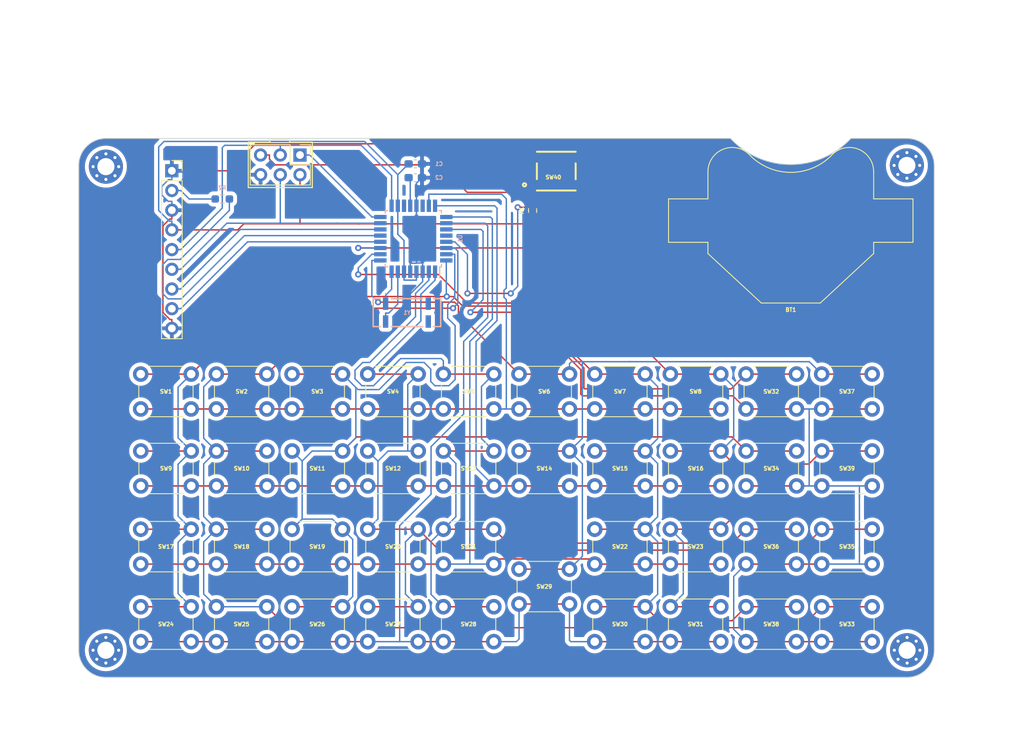
<source format=kicad_pcb>
(kicad_pcb (version 20221018) (generator pcbnew)
  (layers (0 "F.Cu" signal) (31 "B.Cu" signal) (34 "B.Paste" user) (35 "F.Paste" user) (36 "B.SilkS" user "B.Silkscreen") (37 "F.SilkS" user "F.Silkscreen") (38 "B.Mask" user) (39 "F.Mask" user) (44 "Edge.Cuts" user))
  (net 0 "")
  (net 1 "VCC")
  (net 2 "GND")
  (net 3 "Net-(U1-AREF)")
  (net 4 "SPK")
  (net 5 "Net-(J1-Pin_2)")
  (net 6 "DISP_SCK")
  (net 7 "DISP_MOSI")
  (net 8 "DISP_RST")
  (net 9 "DISP_RS")
  (net 10 "DISP_MISO")
  (net 11 "RST")
  (net 12 "DISP_LED_PB0")
  (net 13 "COL_IN")
  (net 14 "ROW_0")
  (net 15 "COL_1")
  (net 16 "COL_2")
  (net 17 "COL_3")
  (net 18 "COL_4")
  (net 19 "COL_5")
  (net 20 "COL_6")
  (net 21 "COL_7")
  (net 22 "ROW_1")
  (net 23 "ROW_2")
  (net 24 "ROW_3")
  (net 25 "ROW_4")
  (net 26 "Net-(U1-XTAL1{slash}PB6)")
  (net 27 "Net-(U1-XTAL2{slash}PB7)")
  (footprint "MountingHole:MountingHole_2.2mm_M2_Pad_Via" (layer "F.Cu") (at 90.994 127.608)
    (fp_text reference "H3" hide)
    (fp_text value "MountingHole")
  )
  (footprint "Button_Switch_THT:SW_PUSH_6mm" (layer "F.Cu") (at 144.238 117.15)
    (fp_text reference "SW29")
    (fp_text value "SW_Push_Dual_x2")
  )
  (footprint "Button_Switch_THT:SW_PUSH_6mm" (layer "F.Cu") (at 105.238 112)
    (fp_text reference "SW18")
    (fp_text value "SW_Push_Dual_x2")
  )
  (footprint "Button_Switch_THT:SW_PUSH_6mm" (layer "F.Cu") (at 163.738 122)
    (fp_text reference "SW31")
    (fp_text value "SW_Push_Dual_x2")
  )
  (footprint "Button_Switch_THT:SW_PUSH_6mm" (layer "F.Cu") (at 173.488 122)
    (fp_text reference "SW38")
    (fp_text value "SW_Push_Dual_x2")
  )
  (footprint "Button_Switch_THT:SW_PUSH_6mm" (layer "F.Cu") (at 154 101.922)
    (fp_text reference "SW15")
    (fp_text value "SW_Push_Dual_x2")
  )
  (footprint "Button_Switch_THT:SW_PUSH_6mm" (layer "F.Cu") (at 95.5 101.922)
    (fp_text reference "SW9")
    (fp_text value "SW_Push_Dual_x2")
  )
  (footprint "Button_Switch_THT:SW_PUSH_6mm" (layer "F.Cu") (at 163.738 92)
    (fp_text reference "SW8")
    (fp_text value "SW_Push_Dual_x2")
  )
  (footprint "Button_Switch_THT:SW_PUSH_6mm" (layer "F.Cu") (at 95.488 112)
    (fp_text reference "SW17")
    (fp_text value "SW_Push_Dual_x2")
  )
  (footprint "Button_Switch_THT:SW_PUSH_6mm" (layer "F.Cu") (at 105.25 101.922)
    (fp_text reference "SW10")
    (fp_text value "SW_Push_Dual_x2")
  )
  (footprint "Button_Switch_THT:SW_PUSH_6mm" (layer "F.Cu") (at 134.5 101.922)
    (fp_text reference "SW13")
    (fp_text value "SW_Push_Dual_x2")
  )
  (footprint "Button_Switch_THT:SW_PUSH_6mm" (layer "F.Cu") (at 144.25 101.922)
    (fp_text reference "SW14")
    (fp_text value "SW_Push_Dual_x2")
  )
  (footprint "Button_Switch_THT:SW_PUSH_6mm" (layer "F.Cu") (at 105.238 92)
    (fp_text reference "SW2")
    (fp_text value "SW_Push_Dual_x2")
  )
  (footprint "Button_Switch_THT:SW_PUSH_6mm" (layer "F.Cu") (at 153.988 112)
    (fp_text reference "SW22")
    (fp_text value "SW_Push_Dual_x2")
  )
  (footprint "Button_Switch_THT:SW_PUSH_6mm" (layer "F.Cu") (at 105.238 122)
    (fp_text reference "SW25")
    (fp_text value "SW_Push_Dual_x2")
  )
  (footprint "Button_Switch_THT:SW_PUSH_6mm" (layer "F.Cu") (at 115 101.922)
    (fp_text reference "SW11")
    (fp_text value "SW_Push_Dual_x2")
  )
  (footprint "Button_Switch_THT:SW_PUSH_6mm" (layer "F.Cu") (at 183.238 92)
    (fp_text reference "SW37")
    (fp_text value "SW_Push_Dual_x2")
  )
  (footprint "Button_Switch_THT:SW_PUSH_6mm" (layer "F.Cu") (at 144.238 92)
    (fp_text reference "SW6")
    (fp_text value "SW_Push_Dual_x2")
  )
  (footprint "Button_Switch_THT:SW_PUSH_6mm" (layer "F.Cu") (at 124.738 122)
    (fp_text reference "SW27")
    (fp_text value "SW_Push_Dual_x2")
  )
  (footprint "Button_Switch_THT:SW_PUSH_6mm" (layer "F.Cu") (at 173.5 101.922)
    (fp_text reference "SW34")
    (fp_text value "SW_Push_Dual_x2")
  )
  (footprint "Button_Switch_THT:SW_PUSH_6mm" (layer "F.Cu") (at 134.488 112)
    (fp_text reference "SW21")
    (fp_text value "SW_Push_Dual_x2")
  )
  (footprint "Connector_PinHeader_2.54mm:PinHeader_2x03_P2.54mm_Vertical" (layer "F.Cu") (at 116.0121 63.7501 -90)
    (fp_text reference "J2" hide)
    (fp_text value "PRGM")
  )
  (footprint "Button_Switch_THT:SW_PUSH_6mm" (layer "F.Cu") (at 124.738 92)
    (fp_text reference "SW4")
    (fp_text value "SW_Push_Dual_x2")
  )
  (footprint "Button_Switch_THT:SW_PUSH_6mm" (layer "F.Cu") (at 183.238 112)
    (fp_text reference "SW35")
    (fp_text value "SW_Push_Dual_x2")
  )
  (footprint "Button_Switch_THT:SW_PUSH_6mm" (layer "F.Cu") (at 134.488 92)
    (fp_text reference "SW5")
    (fp_text value "SW_Push_Dual_x2")
  )
  (footprint "Button_Switch_THT:SW_PUSH_6mm" (layer "F.Cu") (at 163.738 112)
    (fp_text reference "SW23")
    (fp_text value "SW_Push_Dual_x2")
  )
  (footprint "Button_Switch_THT:SW_PUSH_6mm" (layer "F.Cu") (at 163.75 101.922)
    (fp_text reference "SW16")
    (fp_text value "SW_Push_Dual_x2")
  )
  (footprint "Button_Switch_THT:SW_PUSH_6mm" (layer "F.Cu") (at 183.25 101.922)
    (fp_text reference "SW39")
    (fp_text value "SW_Push_Dual_x2")
  )
  (footprint "Connector_PinSocket_2.54mm:PinSocket_1x09_P2.54mm_Vertical" (layer "F.Cu") (at 99.5 65.786)
    (fp_text reference "J1" hide)
    (fp_text value "192X64 LCD")
  )
  (footprint "Button_Switch_THT:SW_PUSH_6mm" (layer "F.Cu") (at 153.988 92)
    (fp_text reference "SW7")
    (fp_text value "SW_Push_Dual_x2")
  )
  (footprint "_MyLib_footprints:431181015816" (layer "F.Cu") (at 149.0342 65.8272)
    (fp_text reference "SW40")
    (fp_text value "RST" hide)
  )
  (footprint "Button_Switch_THT:SW_PUSH_6mm" (layer "F.Cu") (at 134.488 122)
    (fp_text reference "SW28")
    (fp_text value "SW_Push_Dual_x2")
  )
  (footprint "Button_Switch_THT:SW_PUSH_6mm" (layer "F.Cu") (at 173.488 92)
    (fp_text reference "SW32")
    (fp_text value "SW_Push_Dual_x2")
  )
  (footprint "MountingHole:MountingHole_2.2mm_M2_Pad_Via" (layer "F.Cu") (at 91 65.25)
    (fp_text reference "H2" hide)
    (fp_text value "MountingHole")
  )
  (footprint "Button_Switch_THT:SW_PUSH_6mm" (layer "F.Cu") (at 183.238 122)
    (fp_text reference "SW33")
    (fp_text value "SW_Push_Dual_x2")
  )
  (footprint "Button_Switch_THT:SW_PUSH_6mm" (layer "F.Cu") (at 114.988 122)
    (fp_text reference "SW26")
    (fp_text value "SW_Push_Dual_x2")
  )
  (footprint "MountingHole:MountingHole_2.2mm_M2_Pad_Via" (layer "F.Cu") (at 194.244 127.608)
    (fp_text reference "H4" hide)
    (fp_text value "MountingHole")
  )
  (footprint "Resistor_SMD:R_0603_1608Metric_Pad0.98x0.95mm_HandSolder" (layer "F.Cu") (at 145.9862 70.9072 90)
    (fp_text reference "R1")
    (fp_text value "10K")
  )
  (footprint "Button_Switch_THT:SW_PUSH_6mm" (layer "F.Cu") (at 124.738 112)
    (fp_text reference "SW20")
    (fp_text value "SW_Push_Dual_x2")
  )
  (footprint "Button_Switch_THT:SW_PUSH_6mm" (layer "F.Cu") (at 114.988 112)
    (fp_text reference "SW19")
    (fp_text value "SW_Push_Dual_x2")
  )
  (footprint "Button_Switch_THT:SW_PUSH_6mm" (layer "F.Cu") (at 95.488 122)
    (fp_text reference "SW24")
    (fp_text value "SW_Push_Dual_x2")
  )
  (footprint "Button_Switch_THT:SW_PUSH_6mm" (layer "F.Cu") (at 95.488 92)
    (fp_text reference "SW1")
    (fp_text value "SW_Push_Dual_x2")
  )
  (footprint "MountingHole:MountingHole_2.2mm_M2_Pad_Via" (layer "F.Cu") (at 194.2174 65.0911)
    (fp_text reference "H1" hide)
    (fp_text value "MountingHole")
  )
  (footprint "Button_Switch_THT:SW_PUSH_6mm" (layer "F.Cu") (at 153.988 122)
    (fp_text reference "SW30")
    (fp_text value "SW_Push_Dual_x2")
  )
  (footprint "Button_Switch_THT:SW_PUSH_6mm" (layer "F.Cu") (at 124.75 101.922)
    (fp_text reference "SW12")
    (fp_text value "SW_Push_Dual_x2")
  )
  (footprint "Button_Switch_THT:SW_PUSH_6mm" (layer "F.Cu") (at 173.488 112)
    (fp_text reference "SW36")
    (fp_text value "SW_Push_Dual_x2")
  )
  (footprint "Button_Switch_THT:SW_PUSH_6mm" (layer "F.Cu") (at 114.988 92)
    (fp_text reference "SW3")
    (fp_text value "SW_Push_Dual_x2")
  )
  (footprint "Battery:BatteryHolder_Multicomp_BC-2001_1x2032" (layer "F.Cu") (at 179.256 72.2053)
    (fp_text reference "BT1")
    (fp_text value "Battery")
  )
  (footprint "Resistor_SMD:R_0603_1608Metric_Pad0.98x0.95mm_HandSolder" (layer "B.Cu") (at 106.0005 69.42 180)
    (fp_text reference "R2")
    (fp_text value "10")
  )
  (footprint "Capacitor_SMD:C_0603_1608Metric_Pad1.08x0.95mm_HandSolder" (layer "B.Cu") (at 130.8711 66.6711)
    (fp_text reference "C2")
    (fp_text value "0.1uF")
  )
  (footprint "Package_QFP:TQFP-32_7x7mm_P0.8mm" (layer "B.Cu") (at 130.6171 74.5451 90)
    (fp_text reference "U1")
    (fp_text value "ATmega328-A")
  )
  (footprint "Capacitor_SMD:C_0603_1608Metric_Pad1.08x0.95mm_HandSolder" (layer "B.Cu") (at 130.8711 64.8931)
    (fp_text reference "C1")
    (fp_text value "0.1uF")
  )
  (footprint "_MyLib_footprints:830003000" (layer "B.Cu") (at 129.794 84.074)
    (fp_text reference "Y1")
    (fp_text value "830003000" hide)
  )
  (gr_line (start 112.141 61.722) (end 112.141 62.103) (stroke (width 0.15)) (layer "F.SilkS"))
  (gr_line (start 117.602 67.945) (end 117.602 62.103) (stroke (width 0.15)) (layer "F.SilkS"))
  (gr_line (start 114.681 61.722) (end 112.141 61.722) (stroke (width 0.15)) (layer "F.SilkS"))
  (gr_line (start 114.681 62.103) (end 114.681 61.722) (stroke (width 0.15)) (layer "F.SilkS"))
  (gr_line (start 112.141 62.103) (end 109.347 62.103) (stroke (width 0.15)) (layer "F.SilkS"))
  (gr_line (start 117.602 62.103) (end 114.681 62.103) (stroke (width 0.15)) (layer "F.SilkS"))
  (gr_line (start 109.347 62.103) (end 109.347 67.945) (stroke (width 0.15)) (layer "F.SilkS"))
  (gr_line (start 109.347 67.945) (end 117.602 67.945) (stroke (width 0.15)) (layer "F.SilkS"))
  (gr_arc (start 186.994 61.608) (mid 179.244 64.970493) (end 171.494 61.608) (stroke (width 0.1)) (layer "Edge.Cuts"))
  (gr_arc (start 90.994 131.108) (mid 88.519126 130.082874) (end 87.494 127.608) (stroke (width 0.1)) (layer "Edge.Cuts"))
  (gr_line (start 197.744 127.108) (end 197.744 127.608) (stroke (width 0.1)) (layer "Edge.Cuts"))
  (gr_line (start 171.494 61.608) (end 90.994 61.608) (stroke (width 0.1)) (layer "Edge.Cuts"))
  (gr_line (start 197.744 127.108) (end 197.744 65.108) (stroke (width 0.1)) (layer "Edge.Cuts"))
  (gr_arc (start 194.244 61.608) (mid 196.718874 62.633126) (end 197.744 65.108) (stroke (width 0.1)) (layer "Edge.Cuts"))
  (gr_line (start 90.994 131.108) (end 194.244 131.108) (stroke (width 0.1)) (layer "Edge.Cuts"))
  (gr_arc (start 87.494 65.108) (mid 88.519126 62.633126) (end 90.994 61.608) (stroke (width 0.1)) (layer "Edge.Cuts"))
  (gr_line (start 87.494 65.108) (end 87.494 127.608) (stroke (width 0.1)) (layer "Edge.Cuts"))
  (gr_arc (start 197.744 127.608) (mid 196.718874 130.082874) (end 194.244 131.108) (stroke (width 0.1)) (layer "Edge.Cuts"))
  (gr_line (start 186.994 61.608) (end 194.244 61.608) (stroke (width 0.1)) (layer "Edge.Cuts"))
  (segment (start 99.5 73.406) (end 107.9918 73.406) (width 0.1778) (layer "F.Cu") (net 1))
  (segment (start 107.9918 73.406) (end 108.3989 72.9989) (width 0.1778) (layer "F.Cu") (net 1))
  (segment (start 145.9862 71.8197) (end 146.4077 71.8197) (width 0.1778) (layer "F.Cu") (net 1))
  (segment (start 169.0968 72.2053) (end 172.6915 75.8) (width 0.1778) (layer "F.Cu") (net 1))
  (segment (start 116.0121 66.2901) (end 116.0121 72.6134) (width 0.1778) (layer "F.Cu") (net 1))
  (segment (start 108.7723 72.6255) (end 108.3989 72.9989) (width 0.1778) (layer "F.Cu") (net 1))
  (segment (start 146.4077 71.8197) (end 146.7933 72.2053) (width 0.1778) (layer "F.Cu") (net 1))
  (segment (start 123.6 72.6255) (end 116 72.6255) (width 0.1778) (layer "F.Cu") (net 1))
  (segment (start 146.4783 72.6255) (end 123.6 72.6255) (width 0.1778) (layer "F.Cu") (net 1))
  (segment (start 116.0121 72.6134) (end 116 72.6255) (width 0.1778) (layer "F.Cu") (net 1))
  (segment (start 164.9106 72.2053) (end 166.306 72.2053) (width 0.1778) (layer "F.Cu") (net 1))
  (segment (start 163.5152 72.2053) (end 146.7933 72.2053) (width 0.1778) (layer "F.Cu") (net 1))
  (segment (start 185.8205 75.8) (end 189.4152 72.2053) (width 0.1778) (layer "F.Cu") (net 1))
  (segment (start 172.6915 75.8) (end 185.8205 75.8) (width 0.1778) (layer "F.Cu") (net 1))
  (segment (start 189.4152 72.2053) (end 192.206 72.2053) (width 0.1778) (layer "F.Cu") (net 1))
  (segment (start 166.306 72.2053) (end 169.0968 72.2053) (width 0.1778) (layer "F.Cu") (net 1))
  (segment (start 164.9106 72.2053) (end 163.5152 72.2053) (width 0.1778) (layer "F.Cu") (net 1))
  (segment (start 146.7933 72.3105) (end 146.4783 72.6255) (width 0.1778) (layer "F.Cu") (net 1))
  (segment (start 146.7933 72.2053) (end 146.7933 72.3105) (width 0.1778) (layer "F.Cu") (net 1))
  (segment (start 123.6 72.6255) (end 123.4883 72.6255) (width 0.1778) (layer "F.Cu") (net 1))
  (segment (start 116 72.6255) (end 108.7723 72.6255) (width 0.1778) (layer "F.Cu") (net 1))
  (segment (start 128.6171 73.9745) (end 129.4171 74.7745) (width 0.1778) (layer "B.Cu") (net 1))
  (segment (start 97.8 70.9) (end 99.1652 72.2652) (width 0.1778) (layer "B.Cu") (net 1))
  (segment (start 129.4171 79.8859) (end 131.0171 79.8859) (width 0.1778) (layer "B.Cu") (net 1))
  (segment (start 128.6171 66.2846) (end 124.3325 62) (width 0.1778) (layer "B.Cu") (net 1))
  (segment (start 124.3325 62) (end 98.5 62) (width 0.1778) (layer "B.Cu") (net 1))
  (segment (start 99.1652 72.2652) (end 99.5 72.2652) (width 0.1778) (layer "B.Cu") (net 1))
  (segment (start 129.4171 74.7745) (end 129.4171 78.7951) (width 0.1778) (layer "B.Cu") (net 1))
  (segment (start 131.0171 78.7951) (end 131.0171 79.8859) (width 0.1778) (layer "B.Cu") (net 1))
  (segment (start 128.6171 66.2846) (end 130.0086 64.8931) (width 0.1778) (layer "B.Cu") (net 1))
  (segment (start 99.5 72.2652) (end 99.5 73.406) (width 0.1778) (layer "B.Cu") (net 1))
  (segment (start 128.6171 66.2846) (end 128.6171 70.2951) (width 0.1778) (layer "B.Cu") (net 1))
  (segment (start 97.8 62.7) (end 97.8 70.9) (width 0.1778) (layer "B.Cu") (net 1))
  (segment (start 98.5 62) (end 97.8 62.7) (width 0.1778) (layer "B.Cu") (net 1))
  (segment (start 128.6171 70.2951) (end 128.6171 73.9745) (width 0.1778) (layer "B.Cu") (net 1))
  (segment (start 129.4171 78.7951) (end 129.4171 79.8859) (width 0.1778) (layer "B.Cu") (net 1))
  (segment (start 99.5 65.786) (end 109.2872 65.786) (width 0.1778) (layer "F.Cu") (net 2))
  (segment (start 110.3 62.3) (end 109.2872 63.3128) (width 0.1778) (layer "F.Cu") (net 2))
  (segment (start 99.5 86.106) (end 99.5 84.9652) (width 0.1778) (layer "F.Cu") (net 2))
  (segment (start 99.5 70.866) (end 99.5 72.0068) (width 0.1778) (layer "F.Cu") (net 2))
  (segment (start 109.2872 63.3128) (end 109.2872 65.786) (width 0.1778) (layer "F.Cu") (net 2))
  (segment (start 109.2872 65.786) (end 109.7913 66.2901) (width 0.1778) (layer "F.Cu") (net 2))
  (segment (start 99.2148 72.0068) (end 98.351 72.8706) (width 0.1778) (layer "F.Cu") (net 2))
  (segment (start 99.5 72.0068) (end 99.2148 72.0068) (width 0.1778) (layer "F.Cu") (net 2))
  (segment (start 176.9652 72.2053) (end 170.5599 65.8) (width 0.1778) (layer "F.Cu") (net 2))
  (segment (start 110.9321 66.2901) (end 109.7913 66.2901) (width 0.1778) (layer "F.Cu") (net 2))
  (segment (start 98.351 84.0526) (end 99.2636 84.9652) (width 0.1778) (layer "F.Cu") (net 2))
  (segment (start 98.351 72.8706) (end 98.351 84.0526) (width 0.1778) (layer "F.Cu") (net 2))
  (segment (start 179.256 72.2053) (end 176.9652 72.2053) (width 0.1778) (layer "F.Cu") (net 2))
  (segment (start 146.0342 65.8) (end 146.0342 63.9772) (width 0.1778) (layer "F.Cu") (net 2))
  (segment (start 145.6 62.3) (end 110.3 62.3) (width 0.1778) (layer "F.Cu") (net 2))
  (segment (start 99.2636 84.9652) (end 99.5 84.9652) (width 0.1778) (layer "F.Cu") (net 2))
  (segment (start 146.0342 63.9772) (end 146.0342 62.7342) (width 0.1778) (layer "F.Cu") (net 2))
  (segment (start 146.0342 62.7342) (end 145.6 62.3) (width 0.1778) (layer "F.Cu") (net 2))
  (segment (start 170.5599 65.8) (end 146.0342 65.8) (width 0.1778) (layer "F.Cu") (net 2))
  (segment (start 131.0171 77.6701) (end 131.0171 70.2951) (width 0.1778) (layer "B.Cu") (net 2))
  (segment (start 131.7829 77.6701) (end 131.8171 77.7043) (width 0.1778) (layer "B.Cu") (net 2))
  (segment (start 130.2171 78.7951) (end 130.2171 77.7043) (width 0.1778) (layer "B.Cu") (net 2))
  (segment (start 100.6408 86.106) (end 99.5 86.106) (width 0.1778) (layer "B.Cu") (net 2))
  (segment (start 99.0732 66.9268) (end 98.2 67.8) (width 0.1778) (layer "B.Cu") (net 2))
  (segment (start 127.5 87) (end 101.5348 87) (width 0.1778) (layer "B.Cu") (net 2))
  (segment (start 131.8171 80.074) (end 130.2249 81.6662) (width 0.1778) (layer "B.Cu") (net 2))
  (segment (start 99.0252 69.7252) (end 99.5 69.7252) (width 0.1778) (layer "B.Cu") (net 2))
  (segment (start 99.5 69.7252) (end 99.5 70.866) (width 0.1778) (layer "B.Cu") (net 2))
  (segment (start 99.5 66.9268) (end 99.0732 66.9268) (width 0.1778) (layer "B.Cu") (net 2))
  (segment (start 131.7336 64.8931) (end 131.7336 66.6711) (width 0.1778) (layer "B.Cu") (net 2))
  (segment (start 130.9829 77.7043) (end 131.0171 77.6701) (width 0.1778) (layer "B.Cu") (net 2))
  (segment (start 98.2 68.9) (end 99.0252 69.7252) (width 0.1778) (layer "B.Cu") (net 2))
  (segment (start 131.7336 66.6711) (end 131.0171 67.3876) (width 0.1778) (layer "B.Cu") (net 2))
  (segment (start 101.5348 87) (end 100.6408 86.106) (width 0.1778) (layer "B.Cu") (net 2))
  (segment (start 98.2 67.8) (end 98.2 68.9) (width 0.1778) (layer "B.Cu") (net 2))
  (segment (start 131.8171 78.7951) (end 131.8171 80.074) (width 0.1778) (layer "B.Cu") (net 2))
  (segment (start 130.2249 81.6662) (end 130.2249 84.2751) (width 0.1778) (layer "B.Cu") (net 2))
  (segment (start 130.2249 84.2751) (end 127.5 87) (width 0.1778) (layer "B.Cu") (net 2))
  (segment (start 130.2171 77.7043) (end 130.9829 77.7043) (width 0.1778) (layer "B.Cu") (net 2))
  (segment (start 131.0171 67.3876) (end 131.0171 70.2951) (width 0.1778) (layer "B.Cu") (net 2))
  (segment (start 131.0171 77.6701) (end 131.7829 77.6701) (width 0.1778) (layer "B.Cu") (net 2))
  (segment (start 99.5 65.786) (end 99.5 66.9268) (width 0.1778) (layer "B.Cu") (net 2))
  (segment (start 131.8171 78.7951) (end 131.8171 77.7043) (width 0.1778) (layer "B.Cu") (net 2))
  (segment (start 130.2171 66.8796) (end 130.0086 66.6711) (width 0.1778) (layer "B.Cu") (net 3))
  (segment (start 130.2171 70.2951) (end 130.2171 66.8796) (width 0.1778) (layer "B.Cu") (net 3))
  (segment (start 99.5 68.326) (end 100.6408 68.326) (width 0.1778) (layer "B.Cu") (net 5))
  (segment (start 105.088 69.42) (end 101.7348 69.42) (width 0.1778) (layer "B.Cu") (net 5))
  (segment (start 101.7348 69.42) (end 100.6408 68.326) (width 0.1778) (layer "B.Cu") (net 5))
  (segment (start 113.5 62.5) (end 106.3 62.5) (width 0.1778) (layer "B.Cu") (net 6))
  (segment (start 106.0005 69.089) (end 106.0005 69.2) (width 0.1778) (layer "B.Cu") (net 6))
  (segment (start 115.2 62.5) (end 113.5 62.5) (width 0.1778) (layer "B.Cu") (net 6))
  (segment (start 106.0005 70.5863) (end 100.6408 75.946) (width 0.1778) (layer "B.Cu") (net 6))
  (segment (start 106 62.8) (end 106 69.1995) (width 0.1778) (layer "B.Cu") (net 6))
  (segment (start 106.0005 69.2) (end 106.0005 70.5863) (width 0.1778) (layer "B.Cu") (net 6))
  (segment (start 127.8171 66.4171) (end 127.8171 70.2951) (width 0.1778) (layer "B.Cu") (net 6))
  (segment (start 113.4721 63.7501) (end 113.4721 62.5279) (width 0.1778) (layer "B.Cu") (net 6))
  (segment (start 115.2 62.5) (end 123.9 62.5) (width 0.1778) (layer "B.Cu") (net 6))
  (segment (start 123.9 62.5) (end 127.8171 66.4171) (width 0.1778) (layer "B.Cu") (net 6))
  (segment (start 100.6408 75.946) (end 99.5 75.946) (width 0.1778) (layer "B.Cu") (net 6))
  (segment (start 106 69.1995) (end 106.0005 69.2) (width 0.1778) (layer "B.Cu") (net 6))
  (segment (start 113.4721 62.5279) (end 113.5 62.5) (width 0.1778) (layer "B.Cu") (net 6))
  (segment (start 106.3 62.5) (end 106 62.8) (width 0.1778) (layer "B.Cu") (net 6))
  (segment (start 126.3671 72.5451) (end 120.8 72.5451) (width 0.1778) (layer "B.Cu") (net 7))
  (segment (start 113.4721 66.2901) (end 113.4721 72.473) (width 0.1778) (layer "B.Cu") (net 7))
  (segment (start 120.8 72.5451) (end 120.6315 72.5451) (width 0.1778) (layer "B.Cu") (net 7))
  (segment (start 113.4 72.5451) (end 106.5817 72.5451) (width 0.1778) (layer "B.Cu") (net 7))
  (segment (start 99.5 78.486) (end 100.6408 78.486) (width 0.1778) (layer "B.Cu") (net 7))
  (segment (start 120.8 72.5451) (end 113.4 72.5451) (width 0.1778) (layer "B.Cu") (net 7))
  (segment (start 106.5817 72.5451) (end 106.5134 72.6134) (width 0.1778) (layer "B.Cu") (net 7))
  (segment (start 100.6408 78.486) (end 106.5134 72.6134) (width 0.1778) (layer "B.Cu") (net 7))
  (segment (start 113.4721 72.473) (end 113.4 72.5451) (width 0.1778) (layer "B.Cu") (net 7))
  (segment (start 126.3671 73.3451) (end 108.3217 73.3451) (width 0.1778) (layer "B.Cu") (net 8))
  (segment (start 108.3217 73.3451) (end 100.6408 81.026) (width 0.1778) (layer "B.Cu") (net 8))
  (segment (start 99.5 81.026) (end 100.6408 81.026) (width 0.1778) (layer "B.Cu") (net 8))
  (segment (start 109.2617 74.9451) (end 126.3671 74.9451) (width 0.1778) (layer "B.Cu") (net 9))
  (segment (start 99.5 83.566) (end 100.6408 83.566) (width 0.1778) (layer "B.Cu") (net 9))
  (segment (start 100.6408 83.566) (end 109.2617 74.9451) (width 0.1778) (layer "B.Cu") (net 9))
  (segment (start 126.3671 71.7451) (end 125.2763 71.7451) (width 0.1778) (layer "B.Cu") (net 10))
  (segment (start 117.2813 63.7501) (end 116.0121 63.7501) (width 0.1778) (layer "B.Cu") (net 10))
  (segment (start 125.2763 71.7451) (end 117.2813 63.7501) (width 0.1778) (layer "B.Cu") (net 10))
  (segment (start 145.9862 68.566) (end 137.5599 68.566) (width 0.1778) (layer "F.Cu") (net 11))
  (segment (start 112.8201 65.0201) (end 112.0729 64.2729) (width 0.1778) (layer "F.Cu") (net 11))
  (segment (start 145.9862 69.9947) (end 145.9862 68.566) (width 0.1778) (layer "F.Cu") (net 11))
  (segment (start 145.9862 68.566) (end 146.0342 68.518) (width 0.1778) (layer "F.Cu") (net 11))
  (segment (start 145.4899 70.491) (end 145.9862 69.9947) (width 0.1778) (layer "F.Cu") (net 11))
  (segment (start 112.0729 64.2729) (end 112.0729 63.7501) (width 0.1778) (layer "F.Cu") (net 11))
  (segment (start 112.0729 63.7501) (end 110.9321 63.7501) (width 0.1778) (layer "F.Cu") (net 11))
  (segment (start 144.0651 70.491) (end 145.4899 70.491) (width 0.1778) (layer "F.Cu") (net 11))
  (segment (start 143.1621 81.5949) (end 137.59 81.5949) (width 0.1778) (layer "F.Cu") (net 11))
  (segment (start 134.014 65.0201) (end 112.8201 65.0201) (width 0.1778) (layer "F.Cu") (net 11))
  (segment (start 137.5599 68.566) (end 134.014 65.0201) (width 0.1778) (layer "F.Cu") (net 11))
  (segment (start 146.0342 67.6772) (end 146.0342 68.518) (width 0.1778) (layer "F.Cu") (net 11))
  (via (at 143.1621 81.5949) (size 0.8) (drill 0.4) (layers "F.Cu" "B.Cu") (net 11))
  (via (at 137.59 81.5949) (size 0.8) (drill 0.4) (layers "F.Cu" "B.Cu") (net 11))
  (via (at 144.0651 70.491) (size 0.8) (drill 0.4) (layers "F.Cu" "B.Cu") (net 11))
  (segment (start 134.8671 74.9451) (end 135.9579 74.9451) (width 0.1778) (layer "B.Cu") (net 11))
  (segment (start 137.59 76.5772) (end 135.9579 74.9451) (width 0.1778) (layer "B.Cu") (net 11))
  (segment (start 143.1621 81.5949) (end 144.0651 80.6919) (width 0.1778) (layer "B.Cu") (net 11))
  (segment (start 137.59 81.5949) (end 137.59 76.5772) (width 0.1778) (layer "B.Cu") (net 11))
  (segment (start 144.0651 80.6919) (end 144.0651 70.491) (width 0.1778) (layer "B.Cu") (net 11))
  (segment (start 98.984 77.216) (end 98.2 78) (width 0.1778) (layer "B.Cu") (net 12))
  (segment (start 100.7 82.3) (end 108.8549 74.1451) (width 0.1778) (layer "B.Cu") (net 12))
  (segment (start 106.913 70.887) (end 100.584 77.216) (width 0.1778) (layer "B.Cu") (net 12))
  (segment (start 100.584 77.216) (end 98.984 77.216) (width 0.1778) (layer "B.Cu") (net 12))
  (segment (start 106.913 69.42) (end 106.913 70.887) (width 0.1778) (layer "B.Cu") (net 12))
  (segment (start 108.8549 74.1451) (end 126.3671 74.1451) (width 0.1778) (layer "B.Cu") (net 12))
  (segment (start 98.2 81.5) (end 99 82.3) (width 0.1778) (layer "B.Cu") (net 12))
  (segment (start 99 82.3) (end 100.7 82.3) (width 0.1778) (layer "B.Cu") (net 12))
  (segment (start 98.2 78) (end 98.2 81.5) (width 0.1778) (layer "B.Cu") (net 12))
  (segment (start 136.9766 83.23) (end 135.7408 81.9942) (width 0.1778) (layer "F.Cu") (net 13))
  (segment (start 101.988 92) (end 95.488 92) (width 0.1778) (layer "F.Cu") (net 13))
  (segment (start 152.6 91.2) (end 144.63 83.23) (width 0.1778) (layer "F.Cu") (net 13))
  (segment (start 152.7 93.9) (end 152.6 93.8) (width 0.1778) (layer "F.Cu") (net 13))
  (segment (start 134.9218 81.9942) (end 111.9938 81.9942) (width 0.1778) (layer "F.Cu") (net 13))
  (segment (start 171.588 93.9) (end 152.7 93.9) (width 0.1778) (layer "F.Cu") (net 13))
  (segment (start 152.6 93.8) (end 152.6 91.2) (width 0.1778) (layer "F.Cu") (net 13))
  (segment (start 111.9938 81.9942) (end 101.988 92) (width 0.1778) (layer "F.Cu") (net 13))
  (segment (start 179.988 92) (end 173.488 92) (width 0.1778) (layer "F.Cu") (net 13))
  (segment (start 144.63 83.23) (end 136.9766 83.23) (width 0.1778) (layer "F.Cu") (net 13))
  (segment (start 135.7408 81.9942) (end 134.9218 81.9942) (width 0.1778) (layer "F.Cu") (net 13))
  (segment (start 95.488 122) (end 101.988 122) (width 0.1778) (layer "F.Cu") (net 13))
  (segment (start 95.488 112) (end 101.988 112) (width 0.1778) (layer "F.Cu") (net 13))
  (segment (start 173.488 92) (end 171.588 93.9) (width 0.1778) (layer "F.Cu") (net 13))
  (segment (start 95.5 101.922) (end 102 101.922) (width 0.1778) (layer "F.Cu") (net 13))
  (via (at 134.9218 81.9942) (size 0.8) (drill 0.4) (layers "F.Cu" "B.Cu") (net 13))
  (segment (start 100.3 113.688) (end 100.3 120.312) (width 0.1778) (layer "B.Cu") (net 13))
  (segment (start 100.3 103.622) (end 100.3 110.312) (width 0.1778) (layer "B.Cu") (net 13))
  (segment (start 101.988 112) (end 100.3 113.688) (width 0.1778) (layer "B.Cu") (net 13))
  (segment (start 100.3 110.312) (end 101.988 112) (width 0.1778) (layer "B.Cu") (net 13))
  (segment (start 100.3 93.688) (end 101.988 92) (width 0.1778) (layer "B.Cu") (net 13))
  (segment (start 102 101.922) (end 100.3 103.622) (width 0.1778) (layer "B.Cu") (net 13))
  (segment (start 102 101.922) (end 100.3 100.222) (width 0.1778) (layer "B.Cu") (net 13))
  (segment (start 134.8671 81.9395) (end 134.9218 81.9942) (width 0.1778) (layer "B.Cu") (net 13))
  (segment (start 100.3 120.312) (end 101.988 122) (width 0.1778) (layer "B.Cu") (net 13))
  (segment (start 100.3 100.222) (end 100.3 93.688) (width 0.1778) (layer "B.Cu") (net 13))
  (segment (start 134.8671 77.3451) (end 134.8671 81.9395) (width 0.1778) (layer "B.Cu") (net 13))
  (segment (start 144.238 96.5) (end 150.738 96.5) (width 0.1778) (layer "F.Cu") (net 14))
  (segment (start 150.738 96.5) (end 153.988 96.5) (width 0.1778) (layer "F.Cu") (net 14))
  (segment (start 114.988 96.5) (end 111.738 96.5) (width 0.1778) (layer "F.Cu") (net 14))
  (segment (start 124.738 96.5) (end 121.488 96.5) (width 0.1778) (layer "F.Cu") (net 14))
  (segment (start 170.238 96.5) (end 163.738 96.5) (width 0.1778) (layer "F.Cu") (net 14))
  (segment (start 95.488 96.5) (end 101.988 96.5) (width 0.1778) (layer "F.Cu") (net 14))
  (segment (start 134.488 96.5) (end 131.238 96.5) (width 0.1778) (layer "F.Cu") (net 14))
  (segment (start 160.488 96.5) (end 163.738 96.5) (width 0.1778) (layer "F.Cu") (net 14))
  (segment (start 105.238 96.5) (end 111.738 96.5) (width 0.1778) (layer "F.Cu") (net 14))
  (segment (start 131.238 96.5) (end 124.738 96.5) (width 0.1778) (layer "F.Cu") (net 14))
  (segment (start 153.988 96.5) (end 160.488 96.5) (width 0.1778) (layer "F.Cu") (net 14))
  (segment (start 121.488 96.5) (end 114.988 96.5) (width 0.1778) (layer "F.Cu") (net 14))
  (segment (start 134.488 96.5) (end 140.988 96.5) (width 0.1778) (layer "F.Cu") (net 14))
  (segment (start 101.988 96.5) (end 105.238 96.5) (width 0.1778) (layer "F.Cu") (net 14))
  (segment (start 142.3 82.1) (end 142.6 82.4) (width 0.1778) (layer "B.Cu") (net 14))
  (segment (start 142.6 96.5) (end 142.4 96.5) (width 0.1778) (layer "B.Cu") (net 14))
  (segment (start 142.6 82.4) (end 142.6 96.5) (width 0.1778) (layer "B.Cu") (net 14))
  (segment (start 142 68.8) (end 142.6 69.4) (width 0.1778) (layer "B.Cu") (net 14))
  (segment (start 132.6171 68.8) (end 142 68.8) (width 0.1778) (layer "B.Cu") (net 14))
  (segment (start 142.6 69.4) (end 142.6 80.9) (width 0.1778) (layer "B.Cu") (net 14))
  (segment (start 142.4 96.5) (end 144.238 96.5) (width 0.1778) (layer "B.Cu") (net 14))
  (segment (start 140.988 96.5) (end 142.4 96.5) (width 0.1778) (layer "B.Cu") (net 14))
  (segment (start 132.6171 70.2951) (end 132.6171 68.8) (width 0.1778) (layer "B.Cu") (net 14))
  (segment (start 142.6 80.9) (end 142.3 81.2) (width 0.1778) (layer "B.Cu") (net 14))
  (segment (start 142.3 81.2) (end 142.3 82.1) (width 0.1778) (layer "B.Cu") (net 14))
  (segment (start 105.25 101.922) (end 111.75 101.922) (width 0.1778) (layer "F.Cu") (net 15))
  (segment (start 120.2342 83.5038) (end 111.738 92) (width 0.1778) (layer "F.Cu") (net 15))
  (segment (start 183.238 122) (end 189.738 122) (width 0.1778) (layer "F.Cu") (net 15))
  (segment (start 105.238 92) (end 111.738 92) (width 0.1778) (layer "F.Cu") (net 15))
  (segment (start 105.238 112) (end 111.738 112) (width 0.1778) (layer "F.Cu") (net 15))
  (segment (start 180.538 124.7) (end 183.238 122) (width 0.1778) (layer "F.Cu") (net 15))
  (segment (start 111.738 122) (end 114.438 124.7) (width 0.1778) (layer "F.Cu") (net 15))
  (segment (start 135.7366 83.5038) (end 120.2342 83.5038) (width 0.1778) (layer "F.Cu") (net 15))
  (segment (start 114.438 124.7) (end 180.538 124.7) (width 0.1778) (layer "F.Cu") (net 15))
  (via (at 135.7366 83.5038) (size 0.8) (drill 0.4) (layers "F.Cu" "B.Cu") (net 15))
  (segment (start 134.8671 75.7451) (end 135.9579 75.7451) (width 0.1778) (layer "B.Cu") (net 15))
  (segment (start 111.738 122) (end 105.238 122) (width 0.1778) (layer "B.Cu") (net 15))
  (segment (start 103.6 100.272) (end 103.6 93.638) (width 0.1778) (layer "B.Cu") (net 15))
  (segment (start 103.6 120.362) (end 105.238 122) (width 0.1778) (layer "B.Cu") (net 15))
  (segment (start 105.25 101.922) (end 103.6 103.572) (width 0.1778) (layer "B.Cu") (net 15))
  (segment (start 105.25 101.922) (end 103.6 100.272) (width 0.1778) (layer "B.Cu") (net 15))
  (segment (start 103.6 113.638) (end 103.6 120.362) (width 0.1778) (layer "B.Cu") (net 15))
  (segment (start 103.6 110.362) (end 105.238 112) (width 0.1778) (layer "B.Cu") (net 15))
  (segment (start 136.3489 76.1361) (end 136.3489 82.8915) (width 0.1778) (layer "B.Cu") (net 15))
  (segment (start 103.6 93.638) (end 105.238 92) (width 0.1778) (layer "B.Cu") (net 15))
  (segment (start 105.238 112) (end 103.6 113.638) (width 0.1778) (layer "B.Cu") (net 15))
  (segment (start 135.9579 75.7451) (end 136.3489 76.1361) (width 0.1778) (layer "B.Cu") (net 15))
  (segment (start 136.3489 82.8915) (end 135.7366 83.5038) (width 0.1778) (layer "B.Cu") (net 15))
  (segment (start 103.6 103.572) (end 103.6 110.362) (width 0.1778) (layer "B.Cu") (net 15))
  (segment (start 180 101.922) (end 173.5 101.922) (width 0.1778) (layer "F.Cu") (net 16))
  (segment (start 173.5 101.922) (end 171.678 100.1) (width 0.1778) (layer "F.Cu") (net 16))
  (segment (start 171.678 100.1) (end 123.322 100.1) (width 0.1778) (layer "F.Cu") (net 16))
  (segment (start 123.322 100.1) (end 121.5 101.922) (width 0.1778) (layer "F.Cu") (net 16))
  (segment (start 114.988 122) (end 121.488 122) (width 0.1778) (layer "F.Cu") (net 16))
  (segment (start 121.488 92) (end 114.988 92) (width 0.1778) (layer "F.Cu") (net 16))
  (segment (start 123.2098 100.2122) (end 123.2098 93.7218) (width 0.1778) (layer "B.Cu") (net 16))
  (segment (start 121.5 101.922) (end 117.5816 101.922) (width 0.1778) (layer "B.Cu") (net 16))
  (segment (start 123.2098 93.7218) (end 121.488 92) (width 0.1778) (layer "B.Cu") (net 16))
  (segment (start 136 85.7452) (end 136 92.7) (width 0.1778) (layer "B.Cu") (net 16))
  (segment (start 115 101.922) (end 116.2908 103.2128) (width 0.1778) (layer "B.Cu") (net 16))
  (segment (start 129.7 90.5) (end 126.2 94) (width 0.1778) (layer "B.Cu") (net 16))
  (segment (start 117.5816 101.922) (end 116.2908 103.2128) (width 0.1778) (layer "B.Cu") (net 16))
  (segment (start 121.488 112) (end 122.8042 113.3162) (width 0.1778) (layer "B.Cu") (net 16))
  (segment (start 116.2908 110.6972) (end 114.988 112) (width 0.1778) (layer "B.Cu") (net 16))
  (segment (start 123.488 94) (end 123.2098 93.7218) (width 0.1778) (layer "B.Cu") (net 16))
  (segment (start 133.4 93.5) (end 132.8631 92.9631) (width 0.1778) (layer "B.Cu") (net 16))
  (segment (start 134.8671 76.5451) (end 135.9579 76.5451) (width 0.1778) (layer "B.Cu") (net 16))
  (segment (start 126.2 94) (end 123.488 94) (width 0.1778) (layer "B.Cu") (net 16))
  (segment (start 122.8042 113.3162) (end 122.8042 120.6838) (width 0.1778) (layer "B.Cu") (net 16))
  (segment (start 122.8042 120.6838) (end 121.488 122) (width 0.1778) (layer "B.Cu") (net 16))
  (segment (start 132 90.5) (end 129.7 90.5) (width 0.1778) (layer "B.Cu") (net 16))
  (segment (start 135.0458 84.791) (end 136 85.7452) (width 0.1778) (layer "B.Cu") (net 16))
  (segment (start 116.2908 110.6972) (end 120.1852 110.6972) (width 0.1778) (layer "B.Cu") (net 16))
  (segment (start 135.0458 83.036) (end 135.0458 84.791) (width 0.1778) (layer "B.Cu") (net 16))
  (segment (start 135.2 93.5) (end 133.4 93.5) (width 0.1778) (layer "B.Cu") (net 16))
  (segment (start 132.8631 91.3631) (end 132 90.5) (width 0.1778) (layer "B.Cu") (net 16))
  (segment (start 135.9579 82.1239) (end 135.0458 83.036) (width 0.1778) (layer "B.Cu") (net 16))
  (segment (start 132.8631 92.9631) (end 132.8631 91.3631) (width 0.1778) (layer "B.Cu") (net 16))
  (segment (start 120.1852 110.6972) (end 121.488 112) (width 0.1778) (layer "B.Cu") (net 16))
  (segment (start 116.2908 103.2128) (end 116.2908 110.6972) (width 0.1778) (layer "B.Cu") (net 16))
  (segment (start 121.5 101.922) (end 123.2098 100.2122) (width 0.1778) (layer "B.Cu") (net 16))
  (segment (start 136 92.7) (end 135.2 93.5) (width 0.1778) (layer "B.Cu") (net 16))
  (segment (start 135.9579 76.5451) (end 135.9579 82.1239) (width 0.1778) (layer "B.Cu") (net 16))
  (segment (start 189.738 112) (end 183.238 112) (width 0.1778) (layer "F.Cu") (net 17))
  (segment (start 133.938 114.7) (end 131.238 112) (width 0.1778) (layer "F.Cu") (net 17))
  (segment (start 131.238 122) (end 124.738 122) (width 0.1778) (layer "F.Cu") (net 17))
  (segment (start 131.238 92) (end 124.738 92) (width 0.1778) (layer "F.Cu") (net 17))
  (segment (start 180.538 114.7) (end 133.938 114.7) (width 0.1778) (layer "F.Cu") (net 17))
  (segment (start 183.238 112) (end 180.538 114.7) (width 0.1778) (layer "F.Cu") (net 17))
  (segment (start 124.738 112) (end 131.238 112) (width 0.1778) (layer "F.Cu") (net 17))
  (segment (start 131.238 92) (end 129.8983 93.3397) (width 0.1778) (layer "B.Cu") (net 17))
  (segment (start 129.6 113.638) (end 129.6 120.362) (width 0.1778) (layer "B.Cu") (net 17))
  (segment (start 127.3638 101.922) (end 126.0569 103.2289) (width 0.1778) (layer "B.Cu") (net 17))
  (segment (start 129.8983 93.3397) (end 129.8983 101.922) (width 0.1778) (layer "B.Cu") (net 17))
  (segment (start 129.6 120.362) (end 131.238 122) (width 0.1778) (layer "B.Cu") (net 17))
  (segment (start 131.5909 81.7121) (end 133.4171 79.8859) (width 0.1778) (layer "B.Cu") (net 17))
  (segment (start 126.0569 110.6811) (end 124.738 112) (width 0.1778) (layer "B.Cu") (net 17))
  (segment (start 129.8983 101.922) (end 127.3638 101.922) (width 0.1778) (layer "B.Cu") (net 17))
  (segment (start 131.5909 85.1471) (end 131.5909 81.7121) (width 0.1778) (layer "B.Cu") (net 17))
  (segment (start 126.0569 103.2289) (end 126.0569 110.6811) (width 0.1778) (layer "B.Cu") (net 17))
  (segment (start 133.4171 78.7951) (end 133.4171 79.8859) (width 0.1778) (layer "B.Cu") (net 17))
  (segment (start 124.75 101.922) (end 126.0569 103.2289) (width 0.1778) (layer "B.Cu") (net 17))
  (segment (start 131.25 101.922) (end 129.8983 101.922) (width 0.1778) (layer "B.Cu") (net 17))
  (segment (start 124.738 92) (end 131.5909 85.1471) (width 0.1778) (layer "B.Cu") (net 17))
  (segment (start 131.238 112) (end 129.6 113.638) (width 0.1778) (layer "B.Cu") (net 17))
  (segment (start 142.788 113.8) (end 140.988 112) (width 0.1778) (layer "F.Cu") (net 18))
  (segment (start 134.488 112) (end 140.988 112) (width 0.1778) (layer "F.Cu") (net 18))
  (segment (start 173.488 112) (end 171.688 113.8) (width 0.1778) (layer "F.Cu") (net 18))
  (segment (start 134.5 101.922) (end 141 101.922) (width 0.1778) (layer "F.Cu") (net 18))
  (segment (start 134.488 122) (end 140.988 122) (width 0.1778) (layer "F.Cu") (net 18))
  (segment (start 179.988 112) (end 173.488 112) (width 0.1778) (layer "F.Cu") (net 18))
  (segment (start 171.688 113.8) (end 142.788 113.8) (width 0.1778) (layer "F.Cu") (net 18))
  (segment (start 140.988 92) (end 134.488 92) (width 0.1778) (layer "F.Cu") (net 18))
  (segment (start 128.9853 90) (end 134.2 90) (width 0.1778) (layer "B.Cu") (net 18))
  (segment (start 124.1 90.5) (end 123.1 91.5) (width 0.1778) (layer "B.Cu") (net 18))
  (segment (start 130.9 81.603) (end 130.9 84.6) (width 0.1778) (layer "B.Cu") (net 18))
  (segment (start 139.4 93.588) (end 139.4 100.322) (width 0.1778) (layer "B.Cu") (net 18))
  (segment (start 123.1 91.5) (end 123.1 92.6) (width 0.1778) (layer "B.Cu") (net 18))
  (segment (start 132.9 120.412) (end 134.488 122) (width 0.1778) (layer "B.Cu") (net 18))
  (segment (start 125.4853 93.5) (end 128.9853 90) (width 0.1778) (layer "B.Cu") (net 18))
  (segment (start 130.9 84.6) (end 125 90.5) (width 0.1778) (layer "B.Cu") (net 18))
  (segment (start 134.488 90.288) (end 134.488 92) (width 0.1778) (layer "B.Cu") (net 18))
  (segment (start 132.6171 79.8859) (end 130.9 81.603) (width 0.1778) (layer "B.Cu") (net 18))
  (segment (start 124 93.5) (end 125.4853 93.5) (width 0.1778) (layer "B.Cu") (net 18))
  (segment (start 140.988 92) (end 139.4 93.588) (width 0.1778) (layer "B.Cu") (net 18))
  (segment (start 134.488 112) (end 132.9 113.588) (width 0.1778) (layer "B.Cu") (net 18))
  (segment (start 123.1 92.6) (end 124 93.5) (width 0.1778) (layer "B.Cu") (net 18))
  (segment (start 132.6171 78.7951) (end 132.6171 79.8859) (width 0.1778) (layer "B.Cu") (net 18))
  (segment (start 132.9 113.588) (end 132.9 120.412) (width 0.1778) (layer "B.Cu") (net 18))
  (segment (start 125 90.5) (end 124.1 90.5) (width 0.1778) (layer "B.Cu") (net 18))
  (segment (start 134.2 90) (end 134.488 90.288) (width 0.1778) (layer "B.Cu") (net 18))
  (segment (start 134.488 112) (end 136.1 110.388) (width 0.1778) (layer "B.Cu") (net 18))
  (segment (start 139.4 100.322) (end 141 101.922) (width 0.1778) (layer "B.Cu") (net 18))
  (segment (start 136.1 103.522) (end 134.5 101.922) (width 0.1778) (layer "B.Cu") (net 18))
  (segment (start 136.1 110.388) (end 136.1 103.522) (width 0.1778) (layer "B.Cu") (net 18))
  (segment (start 189.738 92) (end 183.238 92) (width 0.1778) (layer "F.Cu") (net 19))
  (segment (start 136.4274 84.1894) (end 136.4274 83.2177) (width 0.1778) (layer "F.Cu") (net 19))
  (segment (start 135.9327 82.723) (end 126.0763 82.723) (width 0.1778) (layer "F.Cu") (net 19))
  (segment (start 144.238 92) (end 150.738 92) (width 0.1778) (layer "F.Cu") (net 19))
  (segment (start 144.238 92) (end 136.4274 84.1894) (width 0.1778) (layer "F.Cu") (net 19))
  (segment (start 144.25 101.922) (end 150.75 101.922) (width 0.1778) (layer "F.Cu") (net 19))
  (segment (start 150.738 117.15) (end 144.238 117.15) (width 0.1778) (layer "F.Cu") (net 19))
  (segment (start 136.4274 83.2177) (end 135.9327 82.723) (width 0.1778) (layer "F.Cu") (net 19))
  (via (at 126.0763 82.723) (size 0.8) (drill 0.4) (layers "F.Cu" "B.Cu") (net 19))
  (segment (start 181.638 90.4) (end 183.238 92) (width 0.1778) (layer "B.Cu") (net 19))
  (segment (start 126.3671 77.3451) (end 125.2763 77.3451) (width 0.1778) (layer "B.Cu") (net 19))
  (segment (start 158.6 90.4) (end 152.4 90.4) (width 0.1778) (layer "B.Cu") (net 19))
  (segment (start 158.6 90.4) (end 181.638 90.4) (width 0.1778) (layer "B.Cu") (net 19))
  (segment (start 125.2763 77.3451) (end 125.2763 81.923) (width 0.1778) (layer "B.Cu") (net 19))
  (segment (start 152.4 93.9) (end 152.4 90.4) (width 0.1778) (layer "B.Cu") (net 19))
  (segment (start 151 90.4) (end 150.738 90.662) (width 0.1778) (layer "B.Cu") (net 19))
  (segment (start 152.4 90.4) (end 151 90.4) (width 0.1778) (layer "B.Cu") (net 19))
  (segment (start 152.4 103.572) (end 152.4 115.488) (width 0.1778) (layer "B.Cu") (net 19))
  (segment (start 150.75 101.922) (end 152.4 103.572) (width 0.1778) (layer "B.Cu") (net 19))
  (segment (start 150.738 90.662) (end 150.738 92) (width 0.1778) (layer "B.Cu") (net 19))
  (segment (start 152.4 100.272) (end 150.75 101.922) (width 0.1778) (layer "B.Cu") (net 19))
  (segment (start 125.2763 81.923) (end 126.0763 82.723) (width 0.1778) (layer "B.Cu") (net 19))
  (segment (start 158.4171 90.4) (end 158.6 90.4) (width 0.1778) (layer "B.Cu") (net 19))
  (segment (start 152.4 93.662) (end 152.4 93.9) (width 0.1778) (layer "B.Cu") (net 19))
  (segment (start 152.4 115.488) (end 150.738 117.15) (width 0.1778) (layer "B.Cu") (net 19))
  (segment (start 152.4 93.9) (end 152.4 100.272) (width 0.1778) (layer "B.Cu") (net 19))
  (segment (start 171.688 123.8) (end 162.288 123.8) (width 0.1778) (layer "F.Cu") (net 20))
  (segment (start 179.988 122) (end 173.488 122) (width 0.1778) (layer "F.Cu") (net 20))
  (segment (start 154 101.922) (end 160.5 101.922) (width 0.1778) (layer "F.Cu") (net 20))
  (segment (start 144.8179 82.8299) (end 153.988 92) (width 0.1778) (layer "F.Cu") (net 20))
  (segment (start 162.288 123.8) (end 160.488 122) (width 0.1778) (layer "F.Cu") (net 20))
  (segment (start 160.488 92) (end 153.988 92) (width 0.1778) (layer "F.Cu") (net 20))
  (segment (start 153.988 122) (end 160.488 122) (width 0.1778) (layer "F.Cu") (net 20))
  (segment (start 123.5182 79.151) (end 133.8538 79.151) (width 0.1778) (layer "F.Cu") (net 20))
  (segment (start 153.988 112) (end 160.488 112) (width 0.1778) (layer "F.Cu") (net 20))
  (segment (start 133.8538 79.151) (end 137.5327 82.8299) (width 0.1778) (layer "F.Cu") (net 20))
  (segment (start 173.488 122) (end 171.688 123.8) (width 0.1778) (layer "F.Cu") (net 20))
  (segment (start 137.5327 82.8299) (end 144.8179 82.8299) (width 0.1778) (layer "F.Cu") (net 20))
  (via (at 123.5182 79.151) (size 0.8) (drill 0.4) (layers "F.Cu" "B.Cu") (net 20))
  (segment (start 160.488 112) (end 162.1 113.612) (width 0.1778) (layer "B.Cu") (net 20))
  (segment (start 162.1 120.388) (end 160.488 122) (width 0.1778) (layer "B.Cu") (net 20))
  (segment (start 126.3671 76.5451) (end 125.2763 76.5451) (width 0.1778) (layer "B.Cu") (net 20))
  (segment (start 162.1 93.612) (end 162.1 100.322) (width 0.1778) (layer "B.Cu") (net 20))
  (segment (start 160.488 92) (end 162.1 93.612) (width 0.1778) (layer "B.Cu") (net 20))
  (segment (start 160.488 112) (end 162.1 110.388) (width 0.1778) (layer "B.Cu") (net 20))
  (segment (start 123.5182 78.3032) (end 123.5182 79.151) (width 0.1778) (layer "B.Cu") (net 20))
  (segment (start 162.1 110.388) (end 162.1 103.522) (width 0.1778) (layer "B.Cu") (net 20))
  (segment (start 162.1 100.322) (end 160.5 101.922) (width 0.1778) (layer "B.Cu") (net 20))
  (segment (start 162.1 103.522) (end 160.5 101.922) (width 0.1778) (layer "B.Cu") (net 20))
  (segment (start 162.1 113.612) (end 162.1 120.388) (width 0.1778) (layer "B.Cu") (net 20))
  (segment (start 125.2763 76.5451) (end 123.5182 78.3032) (width 0.1778) (layer "B.Cu") (net 20))
  (segment (start 171.928 103.6) (end 171.5809 103.2529) (width 0.1778) (layer "F.Cu") (net 21))
  (segment (start 171.9 103.572) (end 171.9 110.338) (width 0.1778) (layer "F.Cu") (net 21))
  (segment (start 170.238 92) (end 163.738 92) (width 0.1778) (layer "F.Cu") (net 21))
  (segment (start 189.75 101.922) (end 183.25 101.922) (width 0.1778) (layer "F.Cu") (net 21))
  (segment (start 147.4704 75.7324) (end 163.738 92) (width 0.1778) (layer "F.Cu") (net 21))
  (segment (start 183.25 101.922) (end 181.572 103.6) (width 0.1778) (layer "F.Cu") (net 21))
  (segment (start 163.738 122) (end 170.238 122) (width 0.1778) (layer "F.Cu") (net 21))
  (segment (start 123.5182 75.7324) (end 147.4704 75.7324) (width 0.1778) (layer "F.Cu") (net 21))
  (segment (start 181.572 103.6) (end 171.928 103.6) (width 0.1778) (layer "F.Cu") (net 21))
  (segment (start 171.5809 103.2529) (end 171.9 103.572) (width 0.1778) (layer "F.Cu") (net 21))
  (segment (start 171.9 110.338) (end 170.238 112) (width 0.1778) (layer "F.Cu") (net 21))
  (segment (start 163.75 101.922) (end 170.25 101.922) (width 0.1778) (layer "F.Cu") (net 21))
  (segment (start 171.5809 103.2529) (end 170.25 101.922) (width 0.1778) (layer "F.Cu") (net 21))
  (segment (start 163.738 112) (end 170.238 112) (width 0.1778) (layer "F.Cu") (net 21))
  (via (at 123.5182 75.7324) (size 0.8) (drill 0.4) (layers "F.Cu" "B.Cu") (net 21))
  (segment (start 165.4 120.338) (end 163.738 122) (width 0.1778) (layer "B.Cu") (net 21))
  (segment (start 171.9 93.662) (end 170.238 92) (width 0.1778) (layer "B.Cu") (net 21))
  (segment (start 171.9 100.272) (end 171.9 93.662) (width 0.1778) (layer "B.Cu") (net 21))
  (segment (start 123.5182 75.7324) (end 125.2636 75.7324) (width 0.1778) (layer "B.Cu") (net 21))
  (segment (start 125.2636 75.7324) (end 125.2763 75.7451) (width 0.1778) (layer "B.Cu") (net 21))
  (segment (start 170.25 101.922) (end 171.9 100.272) (width 0.1778) (layer "B.Cu") (net 21))
  (segment (start 126.3671 75.7451) (end 125.2763 75.7451) (width 0.1778) (layer "B.Cu") (net 21))
  (segment (start 163.738 112) (end 165.4 113.662) (width 0.1778) (layer "B.Cu") (net 21))
  (segment (start 165.4 113.662) (end 165.4 120.338) (width 0.1778) (layer "B.Cu") (net 21))
  (segment (start 141 106.422) (end 144.25 106.422) (width 0.1778) (layer "F.Cu") (net 22))
  (segment (start 163.75 106.422) (end 160.5 106.422) (width 0.1778) (layer "F.Cu") (net 22))
  (segment (start 124.75 106.422) (end 121.5 106.422) (width 0.1778) (layer "F.Cu") (net 22))
  (segment (start 154 106.422) (end 160.5 106.422) (width 0.1778) (layer "F.Cu") (net 22))
  (segment (start 105.25 106.422) (end 111.75 106.422) (width 0.1778) (layer "F.Cu") (net 22))
  (segment (start 115 106.422) (end 111.75 106.422) (width 0.1778) (layer "F.Cu") (net 22))
  (segment (start 131.25 106.422) (end 134.5 106.422) (width 0.1778) (layer "F.Cu") (net 22))
  (segment (start 95.5 106.422) (end 102 106.422) (width 0.1778) (layer "F.Cu") (net 22))
  (segment (start 150.75 106.422) (end 154 106.422) (width 0.1778) (layer "F.Cu") (net 22))
  (segment (start 170.25 106.422) (end 163.75 106.422) (width 0.1778) (layer "F.Cu") (net 22))
  (segment (start 144.25 106.422) (end 150.75 106.422) (width 0.1778) (layer "F.Cu") (net 22))
  (segment (start 124.75 106.422) (end 131.25 106.422) (width 0.1778) (layer "F.Cu") (net 22))
  (segment (start 102 106.422) (end 105.25 106.422) (width 0.1778) (layer "F.Cu") (net 22))
  (segment (start 121.5 106.422) (end 115 106.422) (width 0.1778) (layer "F.Cu") (net 22))
  (segment (start 134.5 106.422) (end 141 106.422) (width 0.1778) (layer "F.Cu") (net 22))
  (segment (start 141.4 70.6) (end 141.4 85.1) (width 0.1778) (layer "B.Cu") (net 22))
  (segment (start 138.7 87.8) (end 138.7 104.122) (width 0.1778) (layer "B.Cu") (net 22))
  (segment (start 141.0951 70.2951) (end 141.4 70.6) (width 0.1778) (layer "B.Cu") (net 22))
  (segment (start 138.7 104.122) (end 141 106.422) (width 0.1778) (layer "B.Cu") (net 22))
  (segment (start 141.4 85.1) (end 138.7 87.8) (width 0.1778) (layer "B.Cu") (net 22))
  (segment (start 133.4171 70.2951) (end 141.0951 70.2951) (width 0.1778) (layer "B.Cu") (net 22))
  (segment (start 160.488 116.5) (end 153.988 116.5) (width 0.1778) (layer "F.Cu") (net 23))
  (segment (start 141.6509 115.8371) (end 140.988 116.5) (width 0.1778) (layer "F.Cu") (net 23))
  (segment (start 105.238 116.5) (end 111.738 116.5) (width 0.1778) (layer "F.Cu") (net 23))
  (segment (start 131.238 116.5) (end 124.738 116.5) (width 0.1778) (layer "F.Cu") (net 23))
  (segment (start 153.988 116.5) (end 153.3251 115.8371) (width 0.1778) (layer "F.Cu") (net 23))
  (segment (start 121.488 116.5) (end 114.988 116.5) (width 0.1778) (layer "F.Cu") (net 23))
  (segment (start 163.738 116.5) (end 160.488 116.5) (width 0.1778) (layer "F.Cu") (net 23))
  (segment (start 134.488 116.5) (end 131.238 116.5) (width 0.1778) (layer "F.Cu") (net 23))
  (segment (start 124.738 116.5) (end 121.488 116.5) (width 0.1778) (layer "F.Cu") (net 23))
  (segment (start 95.488 116.5) (end 101.988 116.5) (width 0.1778) (layer "F.Cu") (net 23))
  (segment (start 170.238 116.5) (end 163.738 116.5) (width 0.1778) (layer "F.Cu") (net 23))
  (segment (start 101.988 116.5) (end 105.238 116.5) (width 0.1778) (layer "F.Cu") (net 23))
  (segment (start 114.988 116.5) (end 111.738 116.5) (width 0.1778) (layer "F.Cu") (net 23))
  (segment (start 153.3251 115.8371) (end 141.6509 115.8371) (width 0.1778) (layer "F.Cu") (net 23))
  (segment (start 134.8671 71.7451) (end 140.5451 71.7451) (width 0.1778) (layer "B.Cu") (net 23))
  (segment (start 137.9 113.1) (end 137.9 116.5) (width 0.1778) (layer "B.Cu") (net 23))
  (segment (start 140.5451 71.7451) (end 140.8 72) (width 0.1778) (layer "B.Cu") (net 23))
  (segment (start 134.488 116.5) (end 137.9 116.5) (width 0.1778) (layer "B.Cu") (net 23))
  (segment (start 137.9 113.1) (end 137.9 113.6033) (width 0.1778) (layer "B.Cu") (net 23))
  (segment (start 140.8 84.9) (end 137.9 87.8) (width 0.1778) (layer "B.Cu") (net 23))
  (segment (start 137.9 87.8) (end 137.9 113.1) (width 0.1778) (layer "B.Cu") (net 23))
  (segment (start 140.8 72) (end 140.8 84.9) (width 0.1778) (layer "B.Cu") (net 23))
  (segment (start 137.9 116.5) (end 140.988 116.5) (width 0.1778) (layer "B.Cu") (net 23))
  (segment (start 101.988 126.5) (end 95.488 126.5) (width 0.1778) (layer "F.Cu") (net 24))
  (segment (start 121.488 126.5) (end 114.988 126.5) (width 0.1778) (layer "F.Cu") (net 24))
  (segment (start 163.738 126.5) (end 170.238 126.5) (width 0.1778) (layer "F.Cu") (net 24))
  (segment (start 160.488 126.5) (end 163.738 126.5) (width 0.1778) (layer "F.Cu") (net 24))
  (segment (start 150.738 121.65) (end 144.238 121.65) (width 0.1778) (layer "F.Cu") (net 24))
  (segment (start 105.238 126.5) (end 111.738 126.5) (width 0.1778) (layer "F.Cu") (net 24))
  (segment (start 153.988 126.5) (end 160.488 126.5) (width 0.1778) (layer "F.Cu") (net 24))
  (segment (start 140.988 126.5) (end 134.488 126.5) (width 0.1778) (layer "F.Cu") (net 24))
  (segment (start 114.988 126.5) (end 111.738 126.5) (width 0.1778) (layer "F.Cu") (net 24))
  (segment (start 124.738 126.5) (end 121.488 126.5) (width 0.1778) (layer "F.Cu") (net 24))
  (segment (start 134.488 126.5) (end 131.238 126.5) (width 0.1778) (layer "F.Cu") (net 24))
  (segment (start 105.238 126.5) (end 101.988 126.5) (width 0.1778) (layer "F.Cu") (net 24))
  (segment (start 137.1 97.1481) (end 132.9 101.3481) (width 0.1778) (layer "B.Cu") (net 24))
  (segment (start 140.988 126.5) (end 143.9 126.5) (width 0.1778) (layer "B.Cu") (net 24))
  (segment (start 137.1 87.8) (end 137.1 97.1481) (width 0.1778) (layer "B.Cu") (net 24))
  (segment (start 134.8671 72.5451) (end 139.8451 72.5451) (width 0.1778) (layer "B.Cu") (net 24))
  (segment (start 132.9 101.3481) (end 132.9 107.5) (width 0.1778) (layer "B.Cu") (net 24))
  (segment (start 140.2 84.7) (end 137.1 87.8) (width 0.1778) (layer "B.Cu") (net 24))
  (segment (start 150.738 121.65) (end 150.738 126.338) (width 0.1778) (layer "B.Cu") (net 24))
  (segment (start 139.8451 72.5451) (end 140.2 72.9) (width 0.1778) (layer "B.Cu") (net 24))
  (segment (start 128.8 126.5) (end 131.238 126.5) (width 0.1778) (layer "B.Cu") (net 24))
  (segment (start 140.2 72.9) (end 140.2 84.7) (width 0.1778) (layer "B.Cu") (net 24))
  (segment (start 150.9 126.5) (end 153.988 126.5) (width 0.1778) (layer "B.Cu") (net 24))
  (segment (start 128.8563 111.5437) (end 128.8563 123.6) (width 0.1778) (layer "B.Cu") (net 24))
  (segment (start 132.9 107.5) (end 128.8563 111.5437) (width 0.1778) (layer "B.Cu") (net 24))
  (segment (start 150.738 126.338) (end 150.9 126.5) (width 0.1778) (layer "B.Cu") (net 24))
  (segment (start 128.8563 123.6) (end 128.8563 126.4437) (width 0.1778) (layer "B.Cu") (net 24))
  (segment (start 128.8563 126.4437) (end 128.8 126.5) (width 0.1778) (layer "B.Cu") (net 24))
  (segment (start 124.738 126.5) (end 128.8 126.5) (width 0.1778) (layer "B.Cu") (net 24))
  (segment (start 128.8563 123.6) (end 128.8563 124.1183) (width 0.1778) (layer "B.Cu") (net 24))
  (segment (start 143.9 126.5) (end 144.238 126.162) (width 0.1778) (layer "B.Cu") (net 24))
  (segment (start 144.238 126.162) (end 144.238 121.65) (width 0.1778) (layer "B.Cu") (net 24))
  (segment (start 152.2 91.43429) (end 144.79181 84.0261) (width 0.1778) (layer "F.Cu") (net 25))
  (segment (start 171.788 94.8) (end 152.4 94.8) (width 0.1778) (layer "F.Cu") (net 25))
  (segment (start 144.79181 84.0261) (end 137.9734 84.0261) (width 0.1778) (layer "F.Cu") (net 25))
  (segment (start 189.738 96.5) (end 183.238 96.5) (width 0.1778) (layer "F.Cu") (net 25))
  (segment (start 173.488 116.5) (end 179.988 116.5) (width 0.1778) (layer "F.Cu") (net 25))
  (segment (start 152.4 94.8) (end 152.2 94.6) (width 0.1778) (layer "F.Cu") (net 25))
  (segment (start 173.488 96.5) (end 171.788 94.8) (width 0.1778) (layer "F.Cu") (net 25))
  (segment (start 189.738 126.5) (end 183.238 126.5) (width 0.1778) (layer "F.Cu") (net 25))
  (segment (start 152.2 94.6) (end 152.2 91.43429) (width 0.1778) (layer "F.Cu") (net 25))
  (segment (start 173.488 126.5) (end 179.988 126.5) (width 0.1778) (layer "F.Cu") (net 25))
  (segment (start 179.988 116.5) (end 183.238 116.5) (width 0.1778) (layer "F.Cu") (net 25))
  (segment (start 183.238 126.5) (end 179.988 126.5) (width 0.1778) (layer "F.Cu") (net 25))
  (segment (start 173.5 106.422) (end 180 106.422) (width 0.1778) (layer "F.Cu") (net 25))
  (segment (start 179.988 96.5) (end 173.488 96.5) (width 0.1778) (layer "F.Cu") (net 25))
  (via (at 137.9734 84.0261) (size 0.8) (drill 0.4) (layers "F.Cu" "B.Cu") (net 25))
  (segment (start 180 106.422) (end 181.6 106.422) (width 0.1778) (layer "B.Cu") (net 25))
  (segment (start 188.1 107.3853) (end 188.1 107.9) (width 0.1778) (layer "B.Cu") (net 25))
  (segment (start 188.1 116.5) (end 189.738 116.5) (width 0.1778) (layer "B.Cu") (net 25))
  (segment (start 179.988 96.5) (end 181.6 96.5) (width 0.1778) (layer "B.Cu") (net 25))
  (segment (start 171.9 118.088) (end 171.9 124.912) (width 0.1778) (layer "B.Cu") (net 25))
  (segment (start 181.625 106.397) (end 181.6 106.422) (width 0.1778) (layer "B.Cu") (net 25))
  (segment (start 139.6 82.3995) (end 137.9734 84.0261) (width 0.1778) (layer "B.Cu") (net 25))
  (segment (start 181.6 106.422) (end 183.25 106.422) (width 0.1778) (layer "B.Cu") (net 25))
  (segment (start 181.625 96.525) (end 181.6 96.5) (width 0.1778) (layer "B.Cu") (net 25))
  (segment (start 188.1 106.422) (end 189.75 106.422) (width 0.1778) (layer "B.Cu") (net 25))
  (segment (start 181.625 97.508) (end 181.625 97.8) (width 0.1778) (layer "B.Cu") (net 25))
  (segment (start 181.625 97.8) (end 181.625 96.525) (width 0.1778) (layer "B.Cu") (net 25))
  (segment (start 139.3451 73.3451) (end 139.6 73.6) (width 0.1778) (layer "B.Cu") (net 25))
  (segment (start 181.6 96.5) (end 183.238 96.5) (width 0.1778) (layer "B.Cu") (net 25))
  (segment (start 188.1 114.3) (end 188.1 114.862) (width 0.1778) (layer "B.Cu") (net 25))
  (segment (start 173.488 116.5) (end 171.9 118.088) (width 0.1778) (layer "B.Cu") (net 25))
  (segment (start 183.25 106.422) (end 188.1 106.422) (width 0.1778) (layer "B.Cu") (net 25))
  (segment (start 188.1 107.9) (end 188.1 114.3) (width 0.1778) (layer "B.Cu") (net 25))
  (segment (start 134.8671 73.3451) (end 139.3451 73.3451) (width 0.1778) (layer "B.Cu") (net 25))
  (segment (start 181.625 97.8) (end 181.625 106.397) (width 0.1778) (layer "B.Cu") (net 25))
  (segment (start 188.1 107.9) (end 188.1 106.422) (width 0.1778) (layer "B.Cu") (net 25))
  (segment (start 188.1 114.3) (end 188.1 116.5) (width 0.1778) (layer "B.Cu") (net 25))
  (segment (start 171.9 124.912) (end 173.488 126.5) (width 0.1778) (layer "B.Cu") (net 25))
  (segment (start 183.238 116.5) (end 188.1 116.5) (width 0.1778) (layer "B.Cu") (net 25))
  (segment (start 139.6 73.6) (end 139.6 82.3995) (width 0.1778) (layer "B.Cu") (net 25))
  (segment (start 127.4445 84.1332) (end 128.6171 82.9606) (width 0.1778) (layer "B.Cu") (net 26))
  (segment (start 128.6171 78.7951) (end 128.6171 79.8859) (width 0.1778) (layer "B.Cu") (net 26))
  (segment (start 127.044 84.1332) (end 127.4445 84.1332) (width 0.1778) (layer "B.Cu") (net 26))
  (segment (start 127.044 85.224) (end 127.044 84.1332) (width 0.1778) (layer "B.Cu") (net 26))
  (segment (start 128.6171 82.9606) (end 128.6171 79.8859) (width 0.1778) (layer "B.Cu") (net 26))
  (segment (start 127.8171 78.7951) (end 127.8171 81.0601) (width 0.1778) (layer "B.Cu") (net 27))
  (segment (start 127.044 82.924) (end 127.044 81.8332) (width 0.1778) (layer "B.Cu") (net 27))
  (segment (start 127.8171 81.0601) (end 127.044 81.8332) (width 0.1778) (layer "B.Cu") (net 27))
  (zone (net 2) (net_name "GND") (layer "B.Cu") (connect_pads (clearance 0.5)) (min_thickness 0.25) (fill yes (thermal_gap 0.5) (thermal_bridge_width 0.5) (island_removal_mode 2) (island_area_min 0.1))
    (polygon (pts (xy 87.5 61.6) (xy 197.7 61.6) (xy 197.7 131.1) (xy 87.5 131.1)))
  )
)
</source>
